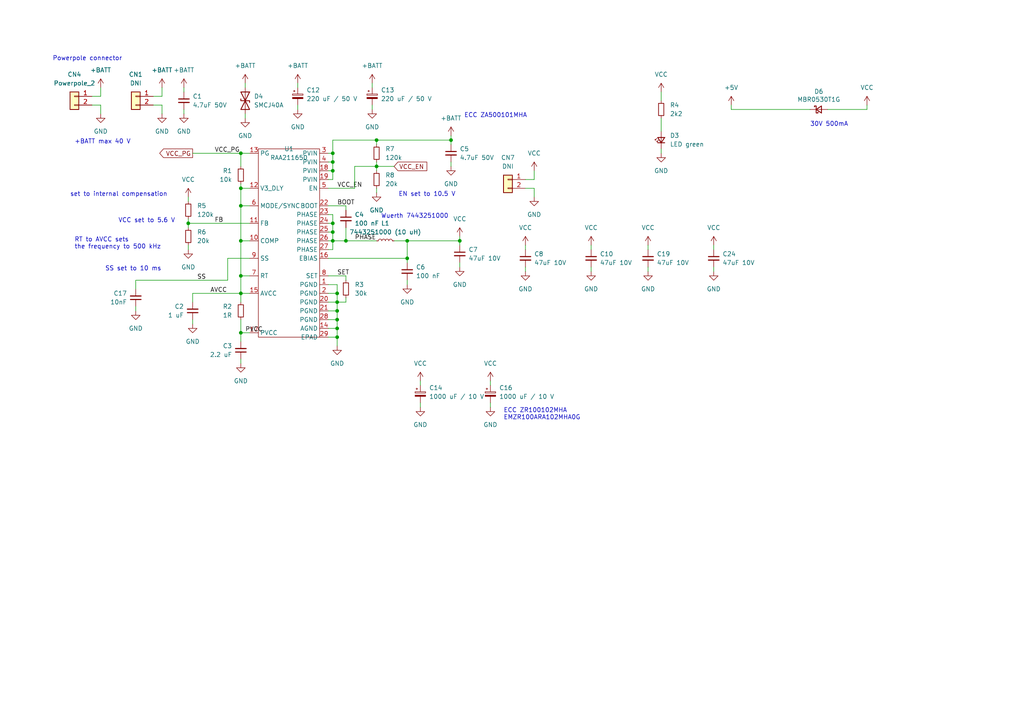
<source format=kicad_sch>
(kicad_sch (version 20211123) (generator eeschema)
  (paper "A4")
  (title_block (title "CyphalServoController12/CAN") (date "2023-09-24") (rev "0.1") (company "generationmake"))
  (lib_symbols
    (symbol "Connector_Generic:Conn_01x02" (pin_names (offset 1.016) hide)
      (property "Reference" "J" (at 0 2.54 0))
      (property "Value" "Conn_01x02" (at 0 -5.08 0))
      (symbol "Conn_01x02_1_1"
        (rectangle (start -1.27 -2.413) (end 0 -2.667) (stroke (width 0.1524)))
        (rectangle (start -1.27 0.127) (end 0 -0.127) (stroke (width 0.1524)))
        (rectangle (start -1.27 1.27) (end 1.27 -3.81) (stroke (width 0.254)) (fill (type background)))
        (pin passive line (at -5.08 0 0) (length 3.81) (name "Pin_1") (number "1"))
        (pin passive line (at -5.08 -2.54 0) (length 3.81) (name "Pin_2") (number "2"))
      )
    )
    (symbol "Device:C_Polarized_Small" (pin_numbers hide) (pin_names (offset 0.254) hide)
      (property "Reference" "C" (at 0.254 1.778 0))
      (property "Value" "C_Polarized_Small" (at 0.254 -2.032 0))
      (symbol "C_Polarized_Small_0_1"
        (rectangle (start -1.524 -0.3048) (end 1.524 -0.6858) (fill (type outline)))
        (rectangle (start -1.524 0.6858) (end 1.524 0.3048))
        (polyline (pts (xy -1.27 1.524) (xy -0.762 1.524)))
        (polyline (pts (xy -1.016 1.27) (xy -1.016 1.778)))
      )
      (symbol "C_Polarized_Small_1_1"
        (pin passive line (at 0 2.54 270) (length 1.8542) (name "~") (number "1"))
        (pin passive line (at 0 -2.54 90) (length 1.8542) (name "~") (number "2"))
      )
    )
    (symbol "Device:C_Small" (pin_numbers hide) (pin_names (offset 0.254) hide)
      (property "Reference" "C" (at 0.254 1.778 0))
      (property "Value" "C_Small" (at 0.254 -2.032 0))
      (symbol "C_Small_0_1"
        (polyline (pts (xy -1.524 -0.508) (xy 1.524 -0.508)) (stroke (width 0.3302)))
        (polyline (pts (xy -1.524 0.508) (xy 1.524 0.508)) (stroke (width 0.3048)))
      )
      (symbol "C_Small_1_1"
        (pin passive line (at 0 2.54 270) (length 2.032) (name "~") (number "1"))
        (pin passive line (at 0 -2.54 90) (length 2.032) (name "~") (number "2"))
      )
    )
    (symbol "Device:D_Schottky_Small" (pin_numbers hide) (pin_names (offset 0.254) hide)
      (property "Reference" "D" (at -1.27 2.032 0))
      (property "Value" "D_Schottky_Small" (at -7.112 -2.032 0))
      (symbol "D_Schottky_Small_0_1"
        (polyline (pts (xy -0.762 0) (xy 0.762 0)))
        (polyline (pts (xy 0.762 -1.016) (xy -0.762 0) (xy 0.762 1.016) (xy 0.762 -1.016)) (stroke (width 0.254)))
        (polyline (pts (xy -1.27 0.762) (xy -1.27 1.016) (xy -0.762 1.016) (xy -0.762 -1.016) (xy -0.254 -1.016) (xy -0.254 -0.762)) (stroke (width 0.254)))
      )
      (symbol "D_Schottky_Small_1_1"
        (pin passive line (at -2.54 0 0) (length 1.778) (name "K") (number "1"))
        (pin passive line (at 2.54 0 180) (length 1.778) (name "A") (number "2"))
      )
    )
    (symbol "Device:D_TVS" (pin_numbers hide) (pin_names (offset 1.016) hide)
      (property "Reference" "D" (at 0 2.54 0))
      (property "Value" "D_TVS" (at 0 -2.54 0))
      (symbol "D_TVS_0_1"
        (polyline (pts (xy 1.27 0) (xy -1.27 0)))
        (polyline (pts (xy 0.508 1.27) (xy 0 1.27) (xy 0 -1.27) (xy -0.508 -1.27)) (stroke (width 0.254)))
        (polyline (pts (xy -2.54 1.27) (xy -2.54 -1.27) (xy 2.54 1.27) (xy 2.54 -1.27) (xy -2.54 1.27)) (stroke (width 0.254)))
      )
      (symbol "D_TVS_1_1"
        (pin passive line (at -3.81 0 0) (length 2.54) (name "A1") (number "1"))
        (pin passive line (at 3.81 0 180) (length 2.54) (name "A2") (number "2"))
      )
    )
    (symbol "Device:LED_Small" (pin_numbers hide) (pin_names (offset 0.254) hide)
      (property "Reference" "D" (at -1.27 3.175 0))
      (property "Value" "LED_Small" (at -4.445 -2.54 0))
      (symbol "LED_Small_0_1"
        (polyline (pts (xy -0.762 -1.016) (xy -0.762 1.016)) (stroke (width 0.254)))
        (polyline (pts (xy 1.016 0) (xy -0.762 0)))
        (polyline (pts (xy 0.762 -1.016) (xy -0.762 0) (xy 0.762 1.016) (xy 0.762 -1.016)) (stroke (width 0.254)))
        (polyline (pts (xy 0 0.762) (xy -0.508 1.27) (xy -0.254 1.27) (xy -0.508 1.27) (xy -0.508 1.016)))
        (polyline (pts (xy 0.508 1.27) (xy 0 1.778) (xy 0.254 1.778) (xy 0 1.778) (xy 0 1.524)))
      )
      (symbol "LED_Small_1_1"
        (pin passive line (at -2.54 0 0) (length 1.778) (name "K") (number "1"))
        (pin passive line (at 2.54 0 180) (length 1.778) (name "A") (number "2"))
      )
    )
    (symbol "Device:L_Small" (pin_numbers hide) (pin_names (offset 0.254) hide)
      (property "Reference" "L" (at 0.762 1.016 0))
      (property "Value" "L_Small" (at 0.762 -1.016 0))
      (symbol "L_Small_0_1"
        (arc (start 0 -2.032) (mid 0.508 -1.524) (end 0 -1.016))
        (arc (start 0 -1.016) (mid 0.508 -0.508) (end 0 0))
        (arc (start 0 0) (mid 0.508 0.508) (end 0 1.016))
        (arc (start 0 1.016) (mid 0.508 1.524) (end 0 2.032))
      )
      (symbol "L_Small_1_1"
        (pin passive line (at 0 2.54 270) (length 0.508) (name "~") (number "1"))
        (pin passive line (at 0 -2.54 90) (length 0.508) (name "~") (number "2"))
      )
    )
    (symbol "Device:R_Small" (pin_numbers hide) (pin_names (offset 0.254) hide)
      (property "Reference" "R" (at 0.762 0.508 0))
      (property "Value" "R_Small" (at 0.762 -1.016 0))
      (symbol "R_Small_0_1"
        (rectangle (start -0.762 1.778) (end 0.762 -1.778) (stroke (width 0.2032)))
      )
      (symbol "R_Small_1_1"
        (pin passive line (at 0 2.54 270) (length 0.762) (name "~") (number "1"))
        (pin passive line (at 0 -2.54 90) (length 0.762) (name "~") (number "2"))
      )
    )
    (symbol "generationmake:RAA211650"
      (property "Reference" "U" (at 0 30.48 0))
      (property "Value" "RAA211650" (at 0 -26.67 0))
      (symbol "RAA211650_0_1"
        (rectangle (start -8.89 29.21) (end 8.89 -25.4))
      )
      (symbol "RAA211650_1_1"
        (pin input line (at 11.43 -10.16 180) (length 2.54) (name "PGND") (number "1"))
        (pin input line (at -11.43 2.54 0) (length 2.54) (name "COMP") (number "10"))
        (pin input line (at -11.43 7.62 0) (length 2.54) (name "FB") (number "11"))
        (pin input line (at -11.43 17.78 0) (length 2.54) (name "V3_DLY") (number "12"))
        (pin input line (at -11.43 27.94 0) (length 2.54) (name "PG") (number "13"))
        (pin input line (at 11.43 -22.86 180) (length 2.54) (name "AGND") (number "14"))
        (pin input line (at -11.43 -12.7 0) (length 2.54) (name "AVCC") (number "15"))
        (pin input line (at 11.43 -2.54 180) (length 2.54) (name "EBIAS") (number "16"))
        (pin input line (at -11.43 -24.13 0) (length 2.54) (name "PVCC") (number "17"))
        (pin input line (at 11.43 22.86 180) (length 2.54) (name "PVIN") (number "18"))
        (pin input line (at 11.43 20.32 180) (length 2.54) (name "PVIN") (number "19"))
        (pin input line (at 11.43 -12.7 180) (length 2.54) (name "PGND") (number "2"))
        (pin input line (at 11.43 -15.24 180) (length 2.54) (name "PGND") (number "20"))
        (pin input line (at 11.43 -17.78 180) (length 2.54) (name "PGND") (number "21"))
        (pin input line (at 11.43 12.7 180) (length 2.54) (name "BOOT") (number "22"))
        (pin input line (at 11.43 10.16 180) (length 2.54) (name "PHASE") (number "23"))
        (pin input line (at 11.43 7.62 180) (length 2.54) (name "PHASE") (number "24"))
        (pin input line (at 11.43 5.08 180) (length 2.54) (name "PHASE") (number "25"))
        (pin input line (at 11.43 2.54 180) (length 2.54) (name "PHASE") (number "26"))
        (pin input line (at 11.43 0 180) (length 2.54) (name "PHASE") (number "27"))
        (pin input line (at 11.43 -20.32 180) (length 2.54) (name "PGND") (number "28"))
        (pin input line (at 11.43 -25.4 180) (length 2.54) (name "EPAD") (number "29"))
        (pin input line (at 11.43 27.94 180) (length 2.54) (name "PVIN") (number "3"))
        (pin input line (at 11.43 25.4 180) (length 2.54) (name "PVIN") (number "4"))
        (pin input line (at 11.43 17.78 180) (length 2.54) (name "EN") (number "5"))
        (pin input line (at -11.43 12.7 0) (length 2.54) (name "MODE/SYNC") (number "6"))
        (pin input line (at -11.43 -7.62 0) (length 2.54) (name "RT") (number "7"))
        (pin input line (at 11.43 -7.62 180) (length 2.54) (name "SET") (number "8"))
        (pin input line (at -11.43 -2.54 0) (length 2.54) (name "SS") (number "9"))
      )
    )
    (symbol "power:+5V" (power) (pin_names (offset 0))
      (property "Value" "+5V" (at 0 3.556 0))
      (symbol "+5V_0_1"
        (polyline (pts (xy -0.762 1.27) (xy 0 2.54)))
        (polyline (pts (xy 0 0) (xy 0 2.54)))
        (polyline (pts (xy 0 2.54) (xy 0.762 1.27)))
      )
      (symbol "+5V_1_1"
        (pin power_in line (at 0 0 90) (length 0) hide (name "+5V") (number "1"))
      )
    )
    (symbol "power:+BATT" (power) (pin_names (offset 0))
      (property "Value" "+BATT" (at 0 3.556 0))
      (symbol "+BATT_0_1"
        (polyline (pts (xy -0.762 1.27) (xy 0 2.54)))
        (polyline (pts (xy 0 0) (xy 0 2.54)))
        (polyline (pts (xy 0 2.54) (xy 0.762 1.27)))
      )
      (symbol "+BATT_1_1"
        (pin power_in line (at 0 0 90) (length 0) hide (name "+BATT") (number "1"))
      )
    )
    (symbol "power:GND" (power) (pin_names (offset 0))
      (property "Value" "GND" (at 0 -3.81 0))
      (symbol "GND_0_1"
        (polyline (pts (xy 0 0) (xy 0 -1.27) (xy 1.27 -1.27) (xy 0 -2.54) (xy -1.27 -1.27) (xy 0 -1.27)))
      )
      (symbol "GND_1_1"
        (pin power_in line (at 0 0 270) (length 0) hide (name "GND") (number "1"))
      )
    )
    (symbol "power:VCC" (power) (pin_names (offset 0))
      (property "Value" "VCC" (at 0 3.81 0))
      (symbol "VCC_0_1"
        (polyline (pts (xy -0.762 1.27) (xy 0 2.54)))
        (polyline (pts (xy 0 0) (xy 0 2.54)))
        (polyline (pts (xy 0 2.54) (xy 0.762 1.27)))
      )
      (symbol "VCC_1_1"
        (pin power_in line (at 0 0 90) (length 0) hide (name "VCC") (number "1"))
      )
    )
  )
  (junction (at 96.52 49.53))
  (junction (at 69.85 80.01))
  (junction (at 130.81 40.64))
  (junction (at 97.79 90.17))
  (junction (at 118.11 69.85))
  (junction (at 100.33 69.85))
  (junction (at 96.52 44.45))
  (junction (at 96.52 64.77))
  (junction (at 97.79 87.63))
  (junction (at 69.85 44.45))
  (junction (at 96.52 67.31))
  (junction (at 133.35 69.85))
  (junction (at 97.79 95.25))
  (junction (at 69.85 59.69))
  (junction (at 118.11 74.93))
  (junction (at 97.79 85.09))
  (junction (at 97.79 92.71))
  (junction (at 97.79 97.79))
  (junction (at 109.22 40.64))
  (junction (at 96.52 46.99))
  (junction (at 69.85 69.85))
  (junction (at 54.61 64.77))
  (junction (at 109.22 48.26))
  (junction (at 69.85 54.61))
  (junction (at 69.85 85.09))
  (junction (at 69.85 96.52))
  (junction (at 96.52 69.85))
  (wire (pts (xy 95.25 74.93) (xy 118.11 74.93)))
  (wire (pts (xy 97.79 92.71) (xy 97.79 95.25)))
  (wire (pts (xy 171.45 77.47) (xy 171.45 78.74)))
  (wire (pts (xy 154.94 54.61) (xy 154.94 57.15)))
  (wire (pts (xy 69.85 85.09) (xy 69.85 87.63)))
  (wire (pts (xy 133.35 76.2) (xy 133.35 77.47)))
  (wire (pts (xy 142.24 110.49) (xy 142.24 111.76)))
  (wire (pts (xy 96.52 62.23) (xy 96.52 64.77)))
  (wire (pts (xy 133.35 68.58) (xy 133.35 69.85)))
  (wire (pts (xy 207.01 71.12) (xy 207.01 72.39)))
  (wire (pts (xy 96.52 40.64) (xy 109.22 40.64)))
  (wire (pts (xy 44.45 27.94) (xy 46.99 27.94)))
  (wire (pts (xy 29.21 27.94) (xy 29.21 25.4)))
  (wire (pts (xy 109.22 54.61) (xy 109.22 55.88)))
  (wire (pts (xy 66.04 74.93) (xy 66.04 81.28)))
  (wire (pts (xy 95.25 62.23) (xy 96.52 62.23)))
  (wire (pts (xy 100.33 66.04) (xy 100.33 69.85)))
  (wire (pts (xy 97.79 85.09) (xy 97.79 87.63)))
  (wire (pts (xy 121.92 110.49) (xy 121.92 111.76)))
  (wire (pts (xy 212.09 31.75) (xy 234.95 31.75)))
  (wire (pts (xy 46.99 27.94) (xy 46.99 25.4)))
  (wire (pts (xy 109.22 46.99) (xy 109.22 48.26)))
  (wire (pts (xy 95.25 54.61) (xy 102.87 54.61)))
  (wire (pts (xy 69.85 96.52) (xy 69.85 99.06)))
  (wire (pts (xy 69.85 54.61) (xy 69.85 59.69)))
  (wire (pts (xy 133.35 69.85) (xy 133.35 71.12)))
  (wire (pts (xy 96.52 69.85) (xy 100.33 69.85)))
  (wire (pts (xy 55.88 87.63) (xy 55.88 85.09)))
  (wire (pts (xy 109.22 48.26) (xy 109.22 49.53)))
  (wire (pts (xy 95.25 44.45) (xy 96.52 44.45)))
  (wire (pts (xy 212.09 31.75) (xy 212.09 30.48)))
  (wire (pts (xy 95.25 72.39) (xy 96.52 72.39)))
  (wire (pts (xy 130.81 40.64) (xy 130.81 41.91)))
  (wire (pts (xy 69.85 44.45) (xy 69.85 48.26)))
  (wire (pts (xy 130.81 46.99) (xy 130.81 48.26)))
  (wire (pts (xy 69.85 54.61) (xy 72.39 54.61)))
  (wire (pts (xy 118.11 69.85) (xy 118.11 74.93)))
  (wire (pts (xy 95.25 95.25) (xy 97.79 95.25)))
  (wire (pts (xy 97.79 97.79) (xy 97.79 100.33)))
  (wire (pts (xy 69.85 59.69) (xy 69.85 69.85)))
  (wire (pts (xy 97.79 87.63) (xy 97.79 90.17)))
  (wire (pts (xy 187.96 71.12) (xy 187.96 72.39)))
  (wire (pts (xy 86.36 24.13) (xy 86.36 25.4)))
  (wire (pts (xy 95.25 90.17) (xy 97.79 90.17)))
  (wire (pts (xy 207.01 77.47) (xy 207.01 78.74)))
  (wire (pts (xy 86.36 30.48) (xy 86.36 31.75)))
  (wire (pts (xy 95.25 87.63) (xy 97.79 87.63)))
  (wire (pts (xy 69.85 69.85) (xy 69.85 80.01)))
  (wire (pts (xy 97.79 95.25) (xy 97.79 97.79)))
  (wire (pts (xy 54.61 57.15) (xy 54.61 58.42)))
  (wire (pts (xy 97.79 90.17) (xy 97.79 92.71)))
  (wire (pts (xy 66.04 81.28) (xy 39.37 81.28)))
  (wire (pts (xy 152.4 71.12) (xy 152.4 72.39)))
  (wire (pts (xy 95.25 80.01) (xy 100.33 80.01)))
  (wire (pts (xy 142.24 116.84) (xy 142.24 118.11)))
  (wire (pts (xy 100.33 59.69) (xy 100.33 60.96)))
  (wire (pts (xy 107.95 24.13) (xy 107.95 25.4)))
  (wire (pts (xy 95.25 64.77) (xy 96.52 64.77)))
  (wire (pts (xy 69.85 96.52) (xy 72.39 96.52)))
  (wire (pts (xy 114.3 69.85) (xy 118.11 69.85)))
  (wire (pts (xy 69.85 104.14) (xy 69.85 105.41)))
  (wire (pts (xy 251.46 31.75) (xy 251.46 30.48)))
  (wire (pts (xy 39.37 83.82) (xy 39.37 81.28)))
  (wire (pts (xy 69.85 85.09) (xy 72.39 85.09)))
  (wire (pts (xy 100.33 69.85) (xy 109.22 69.85)))
  (wire (pts (xy 152.4 77.47) (xy 152.4 78.74)))
  (wire (pts (xy 54.61 64.77) (xy 54.61 66.04)))
  (wire (pts (xy 69.85 80.01) (xy 72.39 80.01)))
  (wire (pts (xy 26.67 30.48) (xy 29.21 30.48)))
  (wire (pts (xy 96.52 64.77) (xy 96.52 67.31)))
  (wire (pts (xy 109.22 48.26) (xy 114.3 48.26)))
  (wire (pts (xy 55.88 85.09) (xy 69.85 85.09)))
  (wire (pts (xy 96.52 46.99) (xy 96.52 49.53)))
  (wire (pts (xy 46.99 30.48) (xy 46.99 33.02)))
  (wire (pts (xy 107.95 30.48) (xy 107.95 31.75)))
  (wire (pts (xy 100.33 80.01) (xy 100.33 81.28)))
  (wire (pts (xy 72.39 44.45) (xy 69.85 44.45)))
  (wire (pts (xy 118.11 81.28) (xy 118.11 82.55)))
  (wire (pts (xy 95.25 97.79) (xy 97.79 97.79)))
  (wire (pts (xy 69.85 92.71) (xy 69.85 96.52)))
  (wire (pts (xy 69.85 53.34) (xy 69.85 54.61)))
  (wire (pts (xy 95.25 59.69) (xy 100.33 59.69)))
  (wire (pts (xy 100.33 87.63) (xy 97.79 87.63)))
  (wire (pts (xy 187.96 77.47) (xy 187.96 78.74)))
  (wire (pts (xy 69.85 80.01) (xy 69.85 85.09)))
  (wire (pts (xy 55.88 44.45) (xy 69.85 44.45)))
  (wire (pts (xy 118.11 74.93) (xy 118.11 76.2)))
  (wire (pts (xy 240.03 31.75) (xy 251.46 31.75)))
  (wire (pts (xy 191.77 34.29) (xy 191.77 38.1)))
  (wire (pts (xy 69.85 59.69) (xy 72.39 59.69)))
  (wire (pts (xy 71.12 33.02) (xy 71.12 34.29)))
  (wire (pts (xy 171.45 71.12) (xy 171.45 72.39)))
  (wire (pts (xy 71.12 24.13) (xy 71.12 25.4)))
  (wire (pts (xy 54.61 63.5) (xy 54.61 64.77)))
  (wire (pts (xy 100.33 86.36) (xy 100.33 87.63)))
  (wire (pts (xy 95.25 67.31) (xy 96.52 67.31)))
  (wire (pts (xy 118.11 69.85) (xy 133.35 69.85)))
  (wire (pts (xy 69.85 69.85) (xy 72.39 69.85)))
  (wire (pts (xy 54.61 64.77) (xy 72.39 64.77)))
  (wire (pts (xy 72.39 74.93) (xy 66.04 74.93)))
  (wire (pts (xy 95.25 46.99) (xy 96.52 46.99)))
  (wire (pts (xy 152.4 52.07) (xy 154.94 52.07)))
  (wire (pts (xy 29.21 30.48) (xy 29.21 33.02)))
  (wire (pts (xy 95.25 92.71) (xy 97.79 92.71)))
  (wire (pts (xy 191.77 43.18) (xy 191.77 44.45)))
  (wire (pts (xy 96.52 52.07) (xy 96.52 49.53)))
  (wire (pts (xy 95.25 69.85) (xy 96.52 69.85)))
  (wire (pts (xy 54.61 71.12) (xy 54.61 72.39)))
  (wire (pts (xy 96.52 44.45) (xy 96.52 40.64)))
  (wire (pts (xy 96.52 67.31) (xy 96.52 69.85)))
  (wire (pts (xy 53.34 31.75) (xy 53.34 33.02)))
  (wire (pts (xy 130.81 39.37) (xy 130.81 40.64)))
  (wire (pts (xy 109.22 40.64) (xy 109.22 41.91)))
  (wire (pts (xy 44.45 30.48) (xy 46.99 30.48)))
  (wire (pts (xy 26.67 27.94) (xy 29.21 27.94)))
  (wire (pts (xy 102.87 54.61) (xy 102.87 48.26)))
  (wire (pts (xy 95.25 49.53) (xy 96.52 49.53)))
  (wire (pts (xy 109.22 40.64) (xy 130.81 40.64)))
  (wire (pts (xy 55.88 92.71) (xy 55.88 93.98)))
  (wire (pts (xy 102.87 48.26) (xy 109.22 48.26)))
  (wire (pts (xy 95.25 52.07) (xy 96.52 52.07)))
  (wire (pts (xy 96.52 69.85) (xy 96.52 72.39)))
  (wire (pts (xy 96.52 44.45) (xy 96.52 46.99)))
  (wire (pts (xy 39.37 88.9) (xy 39.37 90.17)))
  (wire (pts (xy 53.34 25.4) (xy 53.34 26.67)))
  (wire (pts (xy 121.92 116.84) (xy 121.92 118.11)))
  (wire (pts (xy 97.79 82.55) (xy 97.79 85.09)))
  (wire (pts (xy 191.77 26.67) (xy 191.77 29.21)))
  (wire (pts (xy 152.4 54.61) (xy 154.94 54.61)))
  (wire (pts (xy 95.25 82.55) (xy 97.79 82.55)))
  (wire (pts (xy 154.94 52.07) (xy 154.94 49.53)))
  (wire (pts (xy 95.25 85.09) (xy 97.79 85.09)))
  (text "Wuerth 7443251000" (at 110.49 63.5 0) (effects (font (size 1.27 1.27)) (justify left bottom)))
  (text "EN set to 10.5 V" (at 115.57 57.15 0) (effects (font (size 1.27 1.27)) (justify left bottom)))
  (text "+BATT max 40 V" (at 21.59 41.91 0) (effects (font (size 1.27 1.27)) (justify left bottom)))
  (text "ECC ZR100102MHA\nEMZR100ARA102MHA0G" (at 146.05 121.92 0) (effects (font (size 1.27 1.27)) (justify left bottom)))
  (text "set to internal compensation" (at 20.32 57.15 0) (effects (font (size 1.27 1.27)) (justify left bottom)))
  (text "ECC ZA500101MHA\n" (at 134.62 34.29 0) (effects (font (size 1.27 1.27)) (justify left bottom)))
  (text "RT to AVCC sets \nthe frequency to 500 kHz" (at 21.59 72.39 0) (effects (font (size 1.27 1.27)) (justify left bottom)))
  (text "30V 500mA" (at 234.95 36.83 0) (effects (font (size 1.27 1.27)) (justify left bottom)))
  (text "VCC set to 5.6 V" (at 34.29 64.77 0) (effects (font (size 1.27 1.27)) (justify left bottom)))
  (text "Powerpole connector" (at 15.24 17.78 0) (effects (font (size 1.27 1.27)) (justify left bottom)))
  (text "SS set to 10 ms" (at 30.48 78.74 0) (effects (font (size 1.27 1.27)) (justify left bottom)))
  (label "PVCC" (at 71.12 96.52 0))
  (label "FB" (at 62.23 64.77 0))
  (label "PHASE" (at 102.87 69.85 0))
  (label "SET" (at 97.79 80.01 0))
  (label "VCC_EN" (at 97.79 54.61 0))
  (label "AVCC" (at 60.96 85.09 0))
  (label "VCC_PG" (at 62.23 44.45 0))
  (label "BOOT" (at 97.79 59.69 0))
  (label "SS" (at 57.15 81.28 0))
  (global_label "VCC_PG" (shape output) (at 55.88 44.45 180) (property "Referenzen zwischen Schaltplänen" "${INTERSHEET_REFS}" (effects hide)))
  (global_label "VCC_EN" (shape input) (at 114.3 48.26 0) (property "Referenzen zwischen Schaltplänen" "${INTERSHEET_REFS}" (effects hide)))
  (symbol (lib_id "Device:C_Small") (at 55.88 90.17 0) (mirror x) (unit 1)
    (property "Reference" "C2" (at 53.34 88.8935 0) (effects (justify right)))
    (property "Value" "1 uF" (at 53.34 91.4335 0) (effects (justify right)))
    (property "Footprint" "Capacitor_SMD:C_0603_1608Metric" (effects hide))
  )
  (symbol (lib_id "power:GND") (at 130.81 48.26 0) (unit 1)
    (property "Reference" "#PWR09" (effects hide))
    (property "Value" "GND" (at 130.81 53.34 0))
  )
  (symbol (lib_id "power:VCC") (at 187.96 71.12 0) (unit 1)
    (property "Reference" "#PWR088" (effects hide))
    (property "Value" "VCC" (at 187.96 66.04 0))
  )
  (symbol (lib_id "power:GND") (at 97.79 100.33 0) (unit 1)
    (property "Reference" "#PWR07" (effects hide))
    (property "Value" "GND" (at 97.79 105.41 0))
  )
  (symbol (lib_id "power:GND") (at 207.01 78.74 0) (unit 1)
    (property "Reference" "#PWR0105" (effects hide))
    (property "Value" "GND" (at 207.01 83.82 0))
  )
  (symbol (lib_id "Device:C_Small") (at 130.81 44.45 0) (unit 1)
    (property "Reference" "C5" (at 133.35 43.1862 0) (effects (justify left)))
    (property "Value" "4.7uF 50V" (at 133.35 45.7262 0) (effects (justify left)))
    (property "Footprint" "Capacitor_SMD:C_1210_3225Metric" (effects hide))
  )
  (symbol (lib_id "Device:C_Small") (at 118.11 78.74 0) (unit 1)
    (property "Reference" "C6" (at 120.65 77.4762 0) (effects (justify left)))
    (property "Value" "100 nF" (at 120.65 80.0162 0) (effects (justify left)))
    (property "Footprint" "Capacitor_SMD:C_0603_1608Metric" (effects hide))
  )
  (symbol (lib_id "Device:C_Small") (at 39.37 86.36 0) (mirror x) (unit 1)
    (property "Reference" "C17" (at 36.83 85.0835 0) (effects (justify right)))
    (property "Value" "10nF" (at 36.83 87.6235 0) (effects (justify right)))
    (property "Footprint" "Capacitor_SMD:C_0603_1608Metric" (effects hide))
  )
  (symbol (lib_id "power:VCC") (at 251.46 30.48 0) (unit 1)
    (property "Reference" "#PWR0103" (effects hide))
    (property "Value" "VCC" (at 251.46 25.4 0))
  )
  (symbol (lib_id "Device:C_Small") (at 69.85 101.6 0) (mirror x) (unit 1)
    (property "Reference" "C3" (at 67.31 100.3235 0) (effects (justify right)))
    (property "Value" "2.2 uF" (at 67.31 102.8635 0) (effects (justify right)))
    (property "Footprint" "Capacitor_SMD:C_0603_1608Metric" (effects hide))
  )
  (symbol (lib_id "power:VCC") (at 54.61 57.15 0) (unit 1)
    (property "Reference" "#PWR043" (effects hide))
    (property "Value" "VCC" (at 54.61 52.07 0))
  )
  (symbol (lib_id "power:GND") (at 187.96 78.74 0) (unit 1)
    (property "Reference" "#PWR089" (effects hide))
    (property "Value" "GND" (at 187.96 83.82 0))
  )
  (symbol (lib_id "Device:R_Small") (at 109.22 44.45 0) (unit 1)
    (property "Reference" "R7" (at 111.76 43.1799 0) (effects (justify left)))
    (property "Value" "120k" (at 111.76 45.7199 0) (effects (justify left)))
    (property "Footprint" "Resistor_SMD:R_0603_1608Metric" (effects hide))
  )
  (symbol (lib_id "power:VCC") (at 142.24 110.49 0) (unit 1)
    (property "Reference" "#PWR039" (effects hide))
    (property "Value" "VCC" (at 142.24 105.41 0))
  )
  (symbol (lib_id "Device:C_Polarized_Small") (at 107.95 27.94 0) (unit 1)
    (property "Reference" "C13" (at 110.49 26.1238 0) (effects (justify left)))
    (property "Value" "220 uF / 50 V" (at 110.49 28.6638 0) (effects (justify left)))
    (property "Footprint" "Capacitor_SMD:CP_Elec_10x10" (effects hide))
  )
  (symbol (lib_id "Device:LED_Small") (at 191.77 40.64 90) (unit 1)
    (property "Reference" "D3" (at 194.31 39.3064 90) (effects (justify right)))
    (property "Value" "LED green" (at 194.31 41.8464 90) (effects (justify right)))
    (property "Footprint" "LED_SMD:LED_0603_1608Metric" (effects hide))
  )
  (symbol (lib_id "power:VCC") (at 171.45 71.12 0) (unit 1)
    (property "Reference" "#PWR027" (effects hide))
    (property "Value" "VCC" (at 171.45 66.04 0))
  )
  (symbol (lib_id "Device:L_Small") (at 111.76 69.85 90) (unit 1)
    (property "Reference" "L1" (at 111.76 64.77 90))
    (property "Value" "7443251000 (10 uH)" (at 111.76 67.31 90))
    (property "Footprint" "Inductor_SMD:L_Wuerth_HCI-1050" (effects hide))
  )
  (symbol (lib_id "power:+BATT") (at 86.36 24.13 0) (unit 1)
    (property "Reference" "#PWR031" (effects hide))
    (property "Value" "+BATT" (at 86.36 19.05 0))
  )
  (symbol (lib_id "Device:C_Small") (at 100.33 63.5 0) (unit 1)
    (property "Reference" "C4" (at 102.87 62.2362 0) (effects (justify left)))
    (property "Value" "100 nF" (at 102.87 64.7762 0) (effects (justify left)))
    (property "Footprint" "Capacitor_SMD:C_0603_1608Metric" (effects hide))
  )
  (symbol (lib_id "Device:R_Small") (at 109.22 52.07 0) (unit 1)
    (property "Reference" "R8" (at 111.76 50.7999 0) (effects (justify left)))
    (property "Value" "20k" (at 111.76 53.3399 0) (effects (justify left)))
    (property "Footprint" "Resistor_SMD:R_0603_1608Metric" (effects hide))
  )
  (symbol (lib_id "power:VCC") (at 152.4 71.12 0) (unit 1)
    (property "Reference" "#PWR017" (effects hide))
    (property "Value" "VCC" (at 152.4 66.04 0))
  )
  (symbol (lib_id "power:GND") (at 109.22 55.88 0) (unit 1)
    (property "Reference" "#PWR045" (effects hide))
    (property "Value" "GND" (at 109.22 60.96 0))
  )
  (symbol (lib_id "power:+BATT") (at 107.95 24.13 0) (unit 1)
    (property "Reference" "#PWR033" (effects hide))
    (property "Value" "+BATT" (at 107.95 19.05 0))
  )
  (symbol (lib_id "Device:C_Small") (at 171.45 74.93 0) (unit 1)
    (property "Reference" "C10" (at 173.99 73.6662 0) (effects (justify left)))
    (property "Value" "47uF 10V" (at 173.99 76.2062 0) (effects (justify left)))
    (property "Footprint" "Capacitor_SMD:C_1210_3225Metric" (effects hide))
  )
  (symbol (lib_id "power:+BATT") (at 71.12 24.13 0) (unit 1)
    (property "Reference" "#PWR025" (effects hide))
    (property "Value" "+BATT" (at 71.12 19.05 0))
  )
  (symbol (lib_id "power:GND") (at 154.94 57.15 0) (unit 1)
    (property "Reference" "#PWR042" (effects hide))
    (property "Value" "GND" (at 154.94 62.23 0))
  )
  (symbol (lib_id "Device:C_Small") (at 133.35 73.66 0) (unit 1)
    (property "Reference" "C7" (at 135.89 72.3962 0) (effects (justify left)))
    (property "Value" "47uF 10V" (at 135.89 74.9362 0) (effects (justify left)))
    (property "Footprint" "Capacitor_SMD:C_1210_3225Metric" (effects hide))
  )
  (symbol (lib_id "Device:C_Small") (at 53.34 29.21 0) (unit 1)
    (property "Reference" "C1" (at 55.88 27.9462 0) (effects (justify left)))
    (property "Value" "4.7uF 50V" (at 55.88 30.4862 0) (effects (justify left)))
    (property "Footprint" "Capacitor_SMD:C_1210_3225Metric" (effects hide))
  )
  (symbol (lib_id "power:VCC") (at 207.01 71.12 0) (unit 1)
    (property "Reference" "#PWR0104" (effects hide))
    (property "Value" "VCC" (at 207.01 66.04 0))
  )
  (symbol (lib_id "power:GND") (at 107.95 31.75 0) (unit 1)
    (property "Reference" "#PWR034" (effects hide))
    (property "Value" "GND" (at 107.95 36.83 0))
  )
  (symbol (lib_id "generationmake:RAA211650") (at 83.82 72.39 0) (unit 1)
    (property "Reference" "U1" (at 83.82 43.18 0))
    (property "Value" "RAA211650" (at 83.82 45.72 0))
    (property "Footprint" "Package_DFN_QFN:QFN-28-1EP_4x5mm_P0.5mm_EP2.65x3.65mm" (effects hide))
  )
  (symbol (lib_id "power:GND") (at 118.11 82.55 0) (unit 1)
    (property "Reference" "#PWR010" (effects hide))
    (property "Value" "GND" (at 118.11 87.63 0))
  )
  (symbol (lib_id "power:GND") (at 152.4 78.74 0) (unit 1)
    (property "Reference" "#PWR018" (effects hide))
    (property "Value" "GND" (at 152.4 83.82 0))
  )
  (symbol (lib_id "power:+BATT") (at 130.81 39.37 0) (unit 1)
    (property "Reference" "#PWR08" (effects hide))
    (property "Value" "+BATT" (at 130.81 34.29 0))
  )
  (symbol (lib_id "Device:R_Small") (at 54.61 68.58 0) (unit 1)
    (property "Reference" "R6" (at 57.15 67.3099 0) (effects (justify left)))
    (property "Value" "20k" (at 57.15 69.8499 0) (effects (justify left)))
    (property "Footprint" "Resistor_SMD:R_0603_1608Metric" (effects hide))
  )
  (symbol (lib_id "power:GND") (at 86.36 31.75 0) (unit 1)
    (property "Reference" "#PWR032" (effects hide))
    (property "Value" "GND" (at 86.36 36.83 0))
  )
  (symbol (lib_id "power:GND") (at 171.45 78.74 0) (unit 1)
    (property "Reference" "#PWR028" (effects hide))
    (property "Value" "GND" (at 171.45 83.82 0))
  )
  (symbol (lib_id "power:GND") (at 121.92 118.11 0) (unit 1)
    (property "Reference" "#PWR036" (effects hide))
    (property "Value" "GND" (at 121.92 123.19 0))
  )
  (symbol (lib_id "Device:C_Polarized_Small") (at 86.36 27.94 0) (unit 1)
    (property "Reference" "C12" (at 88.9 26.1238 0) (effects (justify left)))
    (property "Value" "220 uF / 50 V" (at 88.9 28.6638 0) (effects (justify left)))
    (property "Footprint" "Capacitor_SMD:CP_Elec_10x10" (effects hide))
  )
  (symbol (lib_id "power:GND") (at 39.37 90.17 0) (unit 1)
    (property "Reference" "#PWR0101" (effects hide))
    (property "Value" "GND" (at 39.37 95.25 0))
  )
  (symbol (lib_id "power:+5V") (at 212.09 30.48 0) (unit 1)
    (property "Reference" "#PWR0102" (effects hide))
    (property "Value" "+5V" (at 212.09 25.4 0))
  )
  (symbol (lib_id "Connector_Generic:Conn_01x02") (at 21.59 27.94 0) (mirror y) (unit 1)
    (property "Reference" "CN4" (at 21.59 21.59 0))
    (property "Value" "Powerpole_2" (at 21.59 24.13 0))
    (property "Footprint" "generationmake:POWERPOLE_hor_2" (effects hide))
  )
  (symbol (lib_id "Device:C_Small") (at 187.96 74.93 0) (unit 1)
    (property "Reference" "C19" (at 190.5 73.6662 0) (effects (justify left)))
    (property "Value" "47uF 10V" (at 190.5 76.2062 0) (effects (justify left)))
    (property "Footprint" "Capacitor_SMD:C_1210_3225Metric" (effects hide))
  )
  (symbol (lib_id "power:GND") (at 55.88 93.98 0) (unit 1)
    (property "Reference" "#PWR05" (effects hide))
    (property "Value" "GND" (at 55.88 99.06 0))
  )
  (symbol (lib_id "power:VCC") (at 133.35 68.58 0) (unit 1)
    (property "Reference" "#PWR011" (effects hide))
    (property "Value" "VCC" (at 133.35 63.5 0))
  )
  (symbol (lib_id "Device:C_Small") (at 152.4 74.93 0) (unit 1)
    (property "Reference" "C8" (at 154.94 73.6662 0) (effects (justify left)))
    (property "Value" "47uF 10V" (at 154.94 76.2062 0) (effects (justify left)))
    (property "Footprint" "Capacitor_SMD:C_1210_3225Metric" (effects hide))
  )
  (symbol (lib_id "power:VCC") (at 191.77 26.67 0) (unit 1)
    (property "Reference" "#PWR019" (effects hide))
    (property "Value" "VCC" (at 191.77 21.59 0))
  )
  (symbol (lib_id "power:GND") (at 191.77 44.45 0) (unit 1)
    (property "Reference" "#PWR023" (effects hide))
    (property "Value" "GND" (at 191.77 49.53 0))
  )
  (symbol (lib_id "Device:R_Small") (at 69.85 50.8 0) (mirror x) (unit 1)
    (property "Reference" "R1" (at 67.31 49.5299 0) (effects (justify right)))
    (property "Value" "10k" (at 67.31 52.0699 0) (effects (justify right)))
    (property "Footprint" "Resistor_SMD:R_0603_1608Metric" (effects hide))
  )
  (symbol (lib_id "Device:D_TVS") (at 71.12 29.21 270) (unit 1)
    (property "Reference" "D4" (at 73.66 27.9399 90) (effects (justify left)))
    (property "Value" "SMCJ40A" (at 73.66 30.4799 90) (effects (justify left)))
    (property "Footprint" "Diode_SMD:D_SMC" (effects hide))
  )
  (symbol (lib_id "power:VCC") (at 154.94 49.53 0) (unit 1)
    (property "Reference" "#PWR041" (effects hide))
    (property "Value" "VCC" (at 154.94 44.45 0))
  )
  (symbol (lib_id "power:+BATT") (at 46.99 25.4 0) (unit 1)
    (property "Reference" "#PWR01" (effects hide))
    (property "Value" "+BATT" (at 46.99 20.32 0))
  )
  (symbol (lib_id "power:GND") (at 69.85 105.41 0) (unit 1)
    (property "Reference" "#PWR06" (effects hide))
    (property "Value" "GND" (at 69.85 110.49 0))
  )
  (symbol (lib_id "power:GND") (at 142.24 118.11 0) (unit 1)
    (property "Reference" "#PWR040" (effects hide))
    (property "Value" "GND" (at 142.24 123.19 0))
  )
  (symbol (lib_id "Connector_Generic:Conn_01x02") (at 147.32 52.07 0) (mirror y) (unit 1)
    (property "Reference" "CN7" (at 147.32 45.72 0))
    (property "Value" "DNI" (at 147.32 48.26 0))
    (property "Footprint" "Connector_PinHeader_2.54mm:PinHeader_1x02_P2.54mm_Vertical" (effects hide))
  )
  (symbol (lib_id "power:VCC") (at 121.92 110.49 0) (unit 1)
    (property "Reference" "#PWR035" (effects hide))
    (property "Value" "VCC" (at 121.92 105.41 0))
  )
  (symbol (lib_id "power:GND") (at 133.35 77.47 0) (unit 1)
    (property "Reference" "#PWR012" (effects hide))
    (property "Value" "GND" (at 133.35 82.55 0))
  )
  (symbol (lib_id "power:GND") (at 54.61 72.39 0) (unit 1)
    (property "Reference" "#PWR044" (effects hide))
    (property "Value" "GND" (at 54.61 77.47 0))
  )
  (symbol (lib_id "Device:R_Small") (at 100.33 83.82 0) (unit 1)
    (property "Reference" "R3" (at 102.87 82.5499 0) (effects (justify left)))
    (property "Value" "30k" (at 102.87 85.0899 0) (effects (justify left)))
    (property "Footprint" "Resistor_SMD:R_0603_1608Metric" (effects hide))
  )
  (symbol (lib_id "Device:C_Polarized_Small") (at 121.92 114.3 0) (unit 1)
    (property "Reference" "C14" (at 124.46 112.4838 0) (effects (justify left)))
    (property "Value" "1000 uF / 10 V" (at 124.46 115.0238 0) (effects (justify left)))
    (property "Footprint" "Capacitor_SMD:CP_Elec_8x10" (effects hide))
  )
  (symbol (lib_id "power:GND") (at 71.12 34.29 0) (unit 1)
    (property "Reference" "#PWR029" (effects hide))
    (property "Value" "GND" (at 71.12 39.37 0))
  )
  (symbol (lib_id "power:GND") (at 46.99 33.02 0) (unit 1)
    (property "Reference" "#PWR02" (effects hide))
    (property "Value" "GND" (at 46.99 38.1 0))
  )
  (symbol (lib_id "Device:R_Small") (at 69.85 90.17 0) (mirror x) (unit 1)
    (property "Reference" "R2" (at 67.31 88.8999 0) (effects (justify right)))
    (property "Value" "1R" (at 67.31 91.4399 0) (effects (justify right)))
    (property "Footprint" "Resistor_SMD:R_0603_1608Metric" (effects hide))
  )
  (symbol (lib_id "Device:R_Small") (at 191.77 31.75 0) (unit 1)
    (property "Reference" "R4" (at 194.31 30.4799 0) (effects (justify left)))
    (property "Value" "2k2" (at 194.31 33.0199 0) (effects (justify left)))
    (property "Footprint" "Resistor_SMD:R_0603_1608Metric" (effects hide))
  )
  (symbol (lib_id "power:+BATT") (at 53.34 25.4 0) (unit 1)
    (property "Reference" "#PWR03" (effects hide))
    (property "Value" "+BATT" (at 53.34 20.32 0))
  )
  (symbol (lib_id "power:GND") (at 53.34 33.02 0) (unit 1)
    (property "Reference" "#PWR04" (effects hide))
    (property "Value" "GND" (at 53.34 38.1 0))
  )
  (symbol (lib_id "Device:C_Polarized_Small") (at 142.24 114.3 0) (unit 1)
    (property "Reference" "C16" (at 144.78 112.4838 0) (effects (justify left)))
    (property "Value" "1000 uF / 10 V" (at 144.78 115.0238 0) (effects (justify left)))
    (property "Footprint" "Capacitor_SMD:CP_Elec_8x10" (effects hide))
  )
  (symbol (lib_id "power:+BATT") (at 29.21 25.4 0) (unit 1)
    (property "Reference" "#PWR021" (effects hide))
    (property "Value" "+BATT" (at 29.21 20.32 0))
  )
  (symbol (lib_id "power:GND") (at 29.21 33.02 0) (unit 1)
    (property "Reference" "#PWR022" (effects hide))
    (property "Value" "GND" (at 29.21 38.1 0))
  )
  (symbol (lib_id "Device:D_Schottky_Small") (at 237.49 31.75 0) (unit 1)
    (property "Reference" "D6" (at 237.49 26.543 0))
    (property "Value" "MBR0530T1G" (at 237.49 28.8544 0))
    (property "Footprint" "Diode_SMD:D_SOD-123" (effects hide))
  )
  (symbol (lib_id "Device:R_Small") (at 54.61 60.96 0) (unit 1)
    (property "Reference" "R5" (at 57.15 59.6899 0) (effects (justify left)))
    (property "Value" "120k" (at 57.15 62.2299 0) (effects (justify left)))
    (property "Footprint" "Resistor_SMD:R_0603_1608Metric" (effects hide))
  )
  (symbol (lib_id "Device:C_Small") (at 207.01 74.93 0) (unit 1)
    (property "Reference" "C24" (at 209.55 73.6662 0) (effects (justify left)))
    (property "Value" "47uF 10V" (at 209.55 76.2062 0) (effects (justify left)))
    (property "Footprint" "Capacitor_SMD:C_1210_3225Metric" (effects hide))
  )
  (symbol (lib_id "Connector_Generic:Conn_01x02") (at 39.37 27.94 0) (mirror y) (unit 1)
    (property "Reference" "CN1" (at 39.37 21.59 0))
    (property "Value" "DNI" (at 39.37 24.13 0))
    (property "Footprint" "Connector_Phoenix_MC:PhoenixContact_MC_1,5_2-G-3.5_1x02_P3.50mm_Horizontal" (effects hide))
  )
)
</source>
